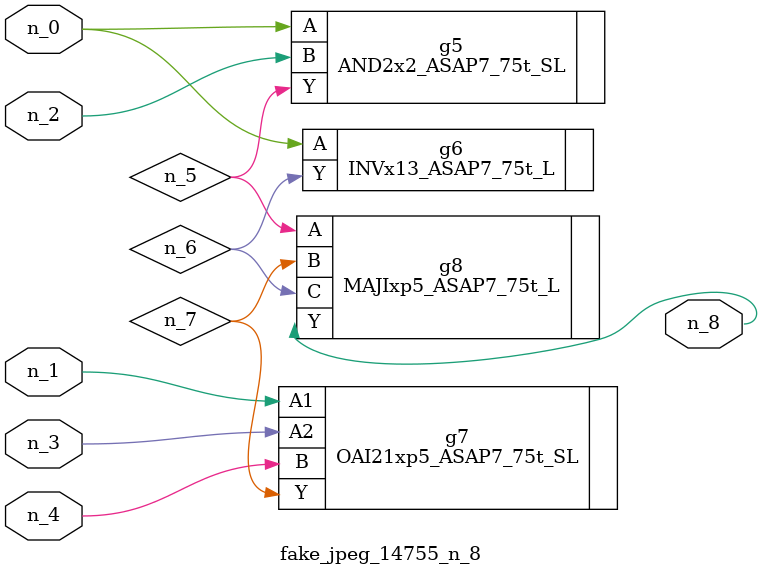
<source format=v>
module fake_jpeg_14755_n_8 (n_3, n_2, n_1, n_0, n_4, n_8);

input n_3;
input n_2;
input n_1;
input n_0;
input n_4;

output n_8;

wire n_6;
wire n_5;
wire n_7;

AND2x2_ASAP7_75t_SL g5 ( 
.A(n_0),
.B(n_2),
.Y(n_5)
);

INVx13_ASAP7_75t_L g6 ( 
.A(n_0),
.Y(n_6)
);

OAI21xp5_ASAP7_75t_SL g7 ( 
.A1(n_1),
.A2(n_3),
.B(n_4),
.Y(n_7)
);

MAJIxp5_ASAP7_75t_L g8 ( 
.A(n_5),
.B(n_7),
.C(n_6),
.Y(n_8)
);


endmodule
</source>
